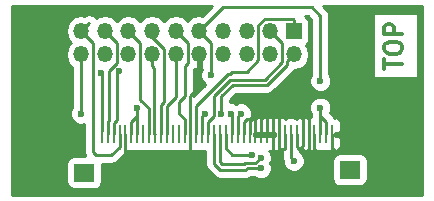
<source format=gbr>
G04 #@! TF.FileFunction,Copper,L1,Top,Signal*
%FSLAX46Y46*%
G04 Gerber Fmt 4.6, Leading zero omitted, Abs format (unit mm)*
G04 Created by KiCad (PCBNEW 4.0.7-e2-6376~58~ubuntu16.04.1) date Mon Sep  3 10:25:07 2018*
%MOMM*%
%LPD*%
G01*
G04 APERTURE LIST*
%ADD10C,0.100000*%
%ADD11C,0.300000*%
%ADD12R,0.250000X2.100000*%
%ADD13R,0.250000X1.600000*%
%ADD14R,1.700000X1.500000*%
%ADD15R,1.350000X1.350000*%
%ADD16O,1.350000X1.350000*%
%ADD17C,0.600000*%
%ADD18C,0.250000*%
%ADD19C,0.254000*%
G04 APERTURE END LIST*
D10*
D11*
X209178571Y-105464286D02*
X209178571Y-104607143D01*
X210678571Y-105035714D02*
X209178571Y-105035714D01*
X209178571Y-103821429D02*
X209178571Y-103535715D01*
X209250000Y-103392857D01*
X209392857Y-103250000D01*
X209678571Y-103178572D01*
X210178571Y-103178572D01*
X210464286Y-103250000D01*
X210607143Y-103392857D01*
X210678571Y-103535715D01*
X210678571Y-103821429D01*
X210607143Y-103964286D01*
X210464286Y-104107143D01*
X210178571Y-104178572D01*
X209678571Y-104178572D01*
X209392857Y-104107143D01*
X209250000Y-103964286D01*
X209178571Y-103821429D01*
X210678571Y-102535714D02*
X209178571Y-102535714D01*
X209178571Y-101964286D01*
X209250000Y-101821428D01*
X209321429Y-101750000D01*
X209464286Y-101678571D01*
X209678571Y-101678571D01*
X209821429Y-101750000D01*
X209892857Y-101821428D01*
X209964286Y-101964286D01*
X209964286Y-102535714D01*
D12*
X185250000Y-110750000D03*
D13*
X185750000Y-111000000D03*
X186250000Y-111000000D03*
X186750000Y-111000000D03*
X187250000Y-111000000D03*
X187750000Y-111000000D03*
X188250000Y-111000000D03*
X188750000Y-111000000D03*
X189250000Y-111000000D03*
X189750000Y-111000000D03*
X190250000Y-111000000D03*
X190750000Y-111000000D03*
X191250000Y-111000000D03*
X191750000Y-111000000D03*
X192250000Y-111000000D03*
X192750000Y-111000000D03*
X193250000Y-111000000D03*
X193750000Y-111000000D03*
X194250000Y-111000000D03*
X194750000Y-111000000D03*
X195250000Y-111000000D03*
X195750000Y-111000000D03*
X196250000Y-111000000D03*
X196750000Y-111000000D03*
X197250000Y-111000000D03*
X197750000Y-111000000D03*
X198250000Y-111000000D03*
X198750000Y-111000000D03*
X199250000Y-111000000D03*
X199750000Y-111000000D03*
X200250000Y-111000000D03*
X200750000Y-111000000D03*
X201250000Y-111000000D03*
X201750000Y-111000000D03*
X202250000Y-111000000D03*
X202750000Y-111000000D03*
X203250000Y-111000000D03*
X203750000Y-111000000D03*
X204250000Y-111000000D03*
X204750000Y-111000000D03*
D14*
X206250000Y-114000000D03*
X183750000Y-114250000D03*
D15*
X201500000Y-102250000D03*
D16*
X201500000Y-104250000D03*
X199500000Y-102250000D03*
X199500000Y-104250000D03*
X197500000Y-102250000D03*
X197500000Y-104250000D03*
X195500000Y-102250000D03*
X195500000Y-104250000D03*
X193500000Y-102250000D03*
X193500000Y-104250000D03*
X191500000Y-102250000D03*
X191500000Y-104250000D03*
X189500000Y-102250000D03*
X189500000Y-104250000D03*
X187500000Y-102250000D03*
X187500000Y-104250000D03*
X185500000Y-102250000D03*
X185500000Y-104250000D03*
X183500000Y-102250000D03*
X183500000Y-104250000D03*
D17*
X185180054Y-105813938D03*
X186691942Y-105691942D03*
X203750000Y-106500000D03*
X203750000Y-108750000D03*
X188250000Y-108750000D03*
X194500000Y-106000000D03*
X195375000Y-109250000D03*
X194000000Y-109250000D03*
X198683058Y-113875000D03*
X198681441Y-112992733D03*
X197927822Y-112724290D03*
X196175003Y-109250000D03*
X197000000Y-109250000D03*
X183500000Y-109250000D03*
X201500000Y-113250000D03*
D18*
X185250000Y-107000000D02*
X185250000Y-105883884D01*
X185250000Y-105883884D02*
X185180054Y-105813938D01*
X187750000Y-104500000D02*
X187500000Y-104250000D01*
X185250000Y-110750000D02*
X185250000Y-107000000D01*
X185750000Y-111000000D02*
X185750000Y-109950000D01*
X185750000Y-109950000D02*
X185875001Y-109824999D01*
X185875001Y-109824999D02*
X185875001Y-105624999D01*
X185875001Y-105624999D02*
X186500000Y-105000000D01*
X186500000Y-105000000D02*
X186500001Y-103250001D01*
X186500001Y-103250001D02*
X185500000Y-102250000D01*
X186566943Y-106316942D02*
X186566943Y-105816941D01*
X186566943Y-105816941D02*
X186691942Y-105691942D01*
X186250000Y-111000000D02*
X186250000Y-110086410D01*
X186250000Y-110086410D02*
X186566943Y-109769467D01*
X186566943Y-109769467D02*
X186566943Y-106316942D01*
X184750000Y-112750000D02*
X186050000Y-112750000D01*
X186750000Y-112050000D02*
X186750000Y-111000000D01*
X186050000Y-112750000D02*
X186750000Y-112050000D01*
X184500000Y-112500000D02*
X184750000Y-112750000D01*
X184500000Y-103769998D02*
X184500000Y-112500000D01*
X183500000Y-102250000D02*
X184500001Y-103250001D01*
X184500001Y-103250001D02*
X184500000Y-103769998D01*
X184174999Y-101575001D02*
X183500000Y-102250000D01*
X200250000Y-109250000D02*
X199750000Y-109250000D01*
X200250000Y-111000000D02*
X200250000Y-109250000D01*
X198750000Y-109250000D02*
X199250000Y-109250000D01*
X192750000Y-111000000D02*
X192750000Y-112750000D01*
X192750000Y-112750000D02*
X192750000Y-113000000D01*
X187250000Y-112500000D02*
X187500000Y-112750000D01*
X187500000Y-112750000D02*
X192750000Y-112750000D01*
X187250000Y-111000000D02*
X187250000Y-112500000D01*
X199750000Y-111000000D02*
X199750000Y-113000000D01*
X200250000Y-111000000D02*
X200250000Y-112250000D01*
X200250000Y-112250000D02*
X200750000Y-112250000D01*
X200750000Y-112250000D02*
X200750000Y-111000000D01*
X198250000Y-109500000D02*
X198250000Y-109750000D01*
X197574998Y-109750000D02*
X198250000Y-109750000D01*
X198250000Y-109750000D02*
X198250000Y-111000000D01*
X197500000Y-109675002D02*
X197574998Y-109750000D01*
X197250000Y-111000000D02*
X197250000Y-109950000D01*
X197250000Y-109950000D02*
X197500000Y-109700000D01*
X197500000Y-109700000D02*
X197500000Y-109675002D01*
X198250000Y-109250000D02*
X198250000Y-109500000D01*
X198200000Y-109500000D02*
X198250000Y-109500000D01*
X197750000Y-111000000D02*
X197750000Y-109950000D01*
X197750000Y-109950000D02*
X198200000Y-109500000D01*
X202250000Y-109500000D02*
X202500000Y-109250000D01*
X202500000Y-109250000D02*
X202750000Y-109250000D01*
X202250000Y-111000000D02*
X202250000Y-109500000D01*
X198750000Y-109250000D02*
X198250000Y-109250000D01*
X198750000Y-111000000D02*
X198750000Y-109250000D01*
X199250000Y-109250000D02*
X199250000Y-111000000D01*
X199750000Y-109250000D02*
X199250000Y-109250000D01*
X199750000Y-111000000D02*
X199750000Y-109250000D01*
X202750000Y-111000000D02*
X202750000Y-109250000D01*
X204750000Y-112500000D02*
X203000000Y-112500000D01*
X204750000Y-111000000D02*
X204750000Y-112500000D01*
X203250000Y-112750000D02*
X203250000Y-111000000D01*
X202750000Y-112750000D02*
X203250000Y-112750000D01*
X202750000Y-111000000D02*
X202750000Y-112750000D01*
X202250000Y-112000000D02*
X202250000Y-111000000D01*
X202000000Y-112250000D02*
X202250000Y-112000000D01*
X201950000Y-112250000D02*
X202000000Y-112250000D01*
X201750000Y-111000000D02*
X201750000Y-112050000D01*
X201750000Y-112050000D02*
X201950000Y-112250000D01*
X192750000Y-111000000D02*
X192750000Y-107750000D01*
X192750000Y-107750000D02*
X193500000Y-107000000D01*
X193500000Y-107000000D02*
X193500000Y-104250000D01*
X203750000Y-106500000D02*
X203750000Y-101000000D01*
X203750000Y-109250000D02*
X203750000Y-108750000D01*
X203750000Y-111000000D02*
X203750000Y-109250000D01*
X204250000Y-111000000D02*
X204250000Y-109950000D01*
X204250000Y-109950000D02*
X203750000Y-109450000D01*
X203750000Y-109450000D02*
X203750000Y-109250000D01*
X188250000Y-108750000D02*
X188250000Y-109500000D01*
X187750000Y-109950000D02*
X188200000Y-109500000D01*
X188250000Y-109500000D02*
X188250000Y-111000000D01*
X187750000Y-111000000D02*
X187750000Y-109950000D01*
X188200000Y-109500000D02*
X188250000Y-109500000D01*
X193500000Y-102250000D02*
X194500000Y-103250000D01*
X194500000Y-103250000D02*
X194500000Y-106000000D01*
X203000000Y-100250000D02*
X195500000Y-100250000D01*
X195500000Y-100250000D02*
X193500000Y-102250000D01*
X203750000Y-101000000D02*
X203000000Y-100250000D01*
X187500000Y-102250000D02*
X188500000Y-103250000D01*
X188500000Y-103250000D02*
X188500000Y-108074998D01*
X188500000Y-108074998D02*
X189200001Y-108774999D01*
X189200001Y-110950001D02*
X189250000Y-111000000D01*
X189200001Y-108774999D02*
X189200001Y-110950001D01*
X189500000Y-104250000D02*
X189500000Y-105204594D01*
X189500000Y-105204594D02*
X189700001Y-105404595D01*
X189700001Y-110950001D02*
X189750000Y-111000000D01*
X189700001Y-105404595D02*
X189700001Y-110950001D01*
X190250000Y-111000000D02*
X190250000Y-108500000D01*
X190250000Y-108500000D02*
X190500000Y-108250000D01*
X190500000Y-108250000D02*
X190500000Y-103769998D01*
X190500000Y-103769998D02*
X189500000Y-102769998D01*
X189500000Y-102769998D02*
X189500000Y-102250000D01*
X190750000Y-111000000D02*
X190750000Y-108636410D01*
X190750000Y-108636410D02*
X191500000Y-107886410D01*
X191500000Y-107886410D02*
X191500000Y-107500000D01*
X191500000Y-107500000D02*
X191500000Y-104250000D01*
X192250000Y-111000000D02*
X192250000Y-109750000D01*
X192250000Y-109750000D02*
X191750000Y-109250000D01*
X191750000Y-109250000D02*
X191750000Y-108272820D01*
X191750000Y-108272820D02*
X192250000Y-107772820D01*
X192250000Y-107772820D02*
X192250000Y-105250000D01*
X192250000Y-105250000D02*
X192500000Y-105000000D01*
X192500000Y-105000000D02*
X192500001Y-103250001D01*
X192500001Y-103250001D02*
X191500000Y-102250000D01*
X197500000Y-105750000D02*
X196250000Y-105750000D01*
X193250000Y-109000000D02*
X193250000Y-111000000D01*
X196075007Y-105924993D02*
X195952209Y-105924993D01*
X196250000Y-105750000D02*
X196075007Y-105924993D01*
X195952209Y-105924993D02*
X193250000Y-108627202D01*
X193250000Y-108627202D02*
X193250000Y-109000000D01*
X201500000Y-102250000D02*
X201500000Y-101325000D01*
X201500000Y-101325000D02*
X201424999Y-101249999D01*
X201424999Y-101249999D02*
X199019999Y-101249999D01*
X199019999Y-101249999D02*
X198500000Y-101769998D01*
X198500000Y-101769998D02*
X198500000Y-104750000D01*
X198500000Y-104750000D02*
X197500000Y-105750000D01*
X195375000Y-109250000D02*
X195375000Y-107775022D01*
X195375000Y-107775022D02*
X196325011Y-106825011D01*
X196325011Y-106825011D02*
X199236401Y-106825011D01*
X199236401Y-106825011D02*
X200950009Y-105111403D01*
X200950009Y-105111403D02*
X200950009Y-104799991D01*
X200950009Y-104799991D02*
X201500000Y-104250000D01*
X194000000Y-109250000D02*
X193750000Y-109500000D01*
X193750000Y-109500000D02*
X193750000Y-111000000D01*
X199500000Y-102250000D02*
X200500000Y-103250000D01*
X200500000Y-104925002D02*
X199050001Y-106375001D01*
X200500000Y-103250000D02*
X200500000Y-104925002D01*
X199050001Y-106375001D02*
X196138610Y-106375002D01*
X196138610Y-106375002D02*
X194750000Y-107763612D01*
X194750000Y-107763612D02*
X194750000Y-109000000D01*
X194750000Y-109500000D02*
X194250000Y-110000000D01*
X194750000Y-109000000D02*
X194750000Y-109500000D01*
X194250000Y-110000000D02*
X194250000Y-111000000D01*
X197450736Y-114000000D02*
X197575736Y-113875000D01*
X197575736Y-113875000D02*
X198683058Y-113875000D01*
X195250000Y-114000000D02*
X194750000Y-113500000D01*
X194750000Y-113500000D02*
X194750000Y-111000000D01*
X197450736Y-114000000D02*
X195250000Y-114000000D01*
X198000000Y-113875000D02*
X197575736Y-113875000D01*
X194750000Y-112125000D02*
X194750000Y-111000000D01*
X197314326Y-113500000D02*
X197389336Y-113424990D01*
X197389336Y-113424990D02*
X198249184Y-113424990D01*
X198249184Y-113424990D02*
X198681441Y-112992733D01*
X195250000Y-111000000D02*
X195250000Y-113363590D01*
X195250000Y-113363590D02*
X195386410Y-113500000D01*
X195386410Y-113500000D02*
X197314326Y-113500000D01*
X196275710Y-112724290D02*
X195750000Y-112198580D01*
X195750000Y-112198580D02*
X195750000Y-111000000D01*
X197927822Y-112724290D02*
X196275710Y-112724290D01*
X196175003Y-109250000D02*
X196250000Y-109324997D01*
X196250000Y-109324997D02*
X196250000Y-111000000D01*
X197000000Y-109250000D02*
X196750000Y-109500000D01*
X196750000Y-109500000D02*
X196750000Y-111000000D01*
X183500000Y-105500000D02*
X183500000Y-106000000D01*
X183500000Y-104250000D02*
X183500000Y-105500000D01*
X183500000Y-105500000D02*
X183500000Y-109250000D01*
X201500000Y-113250000D02*
X201250000Y-113000000D01*
X201250000Y-113000000D02*
X201250000Y-111000000D01*
D19*
G36*
X193717582Y-100957616D02*
X193500000Y-100914336D01*
X192998685Y-101014054D01*
X192573690Y-101298026D01*
X192500000Y-101408311D01*
X192426310Y-101298026D01*
X192001315Y-101014054D01*
X191500000Y-100914336D01*
X190998685Y-101014054D01*
X190573690Y-101298026D01*
X190500000Y-101408311D01*
X190426310Y-101298026D01*
X190001315Y-101014054D01*
X189500000Y-100914336D01*
X188998685Y-101014054D01*
X188573690Y-101298026D01*
X188500000Y-101408311D01*
X188426310Y-101298026D01*
X188001315Y-101014054D01*
X187500000Y-100914336D01*
X186998685Y-101014054D01*
X186573690Y-101298026D01*
X186500000Y-101408311D01*
X186426310Y-101298026D01*
X186001315Y-101014054D01*
X185500000Y-100914336D01*
X184998685Y-101014054D01*
X184789887Y-101153568D01*
X184712400Y-101037600D01*
X184465839Y-100872853D01*
X184174999Y-100815001D01*
X183884160Y-100872853D01*
X183748191Y-100963704D01*
X183500000Y-100914336D01*
X182998685Y-101014054D01*
X182573690Y-101298026D01*
X182289718Y-101723021D01*
X182190000Y-102224336D01*
X182190000Y-102275664D01*
X182289718Y-102776979D01*
X182573690Y-103201974D01*
X182645566Y-103250000D01*
X182573690Y-103298026D01*
X182289718Y-103723021D01*
X182190000Y-104224336D01*
X182190000Y-104275664D01*
X182289718Y-104776979D01*
X182573690Y-105201974D01*
X182740000Y-105313099D01*
X182740000Y-108687537D01*
X182707808Y-108719673D01*
X182565162Y-109063201D01*
X182564838Y-109435167D01*
X182706883Y-109778943D01*
X182969673Y-110042192D01*
X183313201Y-110184838D01*
X183685167Y-110185162D01*
X183740000Y-110162506D01*
X183740000Y-112500000D01*
X183797852Y-112790839D01*
X183839093Y-112852560D01*
X182900000Y-112852560D01*
X182664683Y-112896838D01*
X182448559Y-113035910D01*
X182303569Y-113248110D01*
X182252560Y-113500000D01*
X182252560Y-115000000D01*
X182296838Y-115235317D01*
X182435910Y-115451441D01*
X182648110Y-115596431D01*
X182900000Y-115647440D01*
X184600000Y-115647440D01*
X184835317Y-115603162D01*
X185051441Y-115464090D01*
X185196431Y-115251890D01*
X185247440Y-115000000D01*
X185247440Y-113510000D01*
X186050000Y-113510000D01*
X186340839Y-113452148D01*
X186587401Y-113287401D01*
X187287401Y-112587402D01*
X187410010Y-112403903D01*
X187447808Y-112411558D01*
X187471250Y-112435000D01*
X187501310Y-112435000D01*
X187521753Y-112426532D01*
X187625000Y-112447440D01*
X187875000Y-112447440D01*
X188004589Y-112423056D01*
X188125000Y-112447440D01*
X188375000Y-112447440D01*
X188504589Y-112423056D01*
X188625000Y-112447440D01*
X188875000Y-112447440D01*
X189004589Y-112423056D01*
X189125000Y-112447440D01*
X189375000Y-112447440D01*
X189504589Y-112423056D01*
X189625000Y-112447440D01*
X189875000Y-112447440D01*
X190004589Y-112423056D01*
X190125000Y-112447440D01*
X190375000Y-112447440D01*
X190504589Y-112423056D01*
X190625000Y-112447440D01*
X190875000Y-112447440D01*
X191004589Y-112423056D01*
X191125000Y-112447440D01*
X191375000Y-112447440D01*
X191504589Y-112423056D01*
X191625000Y-112447440D01*
X191875000Y-112447440D01*
X192004589Y-112423056D01*
X192125000Y-112447440D01*
X192375000Y-112447440D01*
X192480705Y-112427550D01*
X192498690Y-112435000D01*
X192528750Y-112435000D01*
X192549062Y-112414688D01*
X192610317Y-112403162D01*
X192750727Y-112312810D01*
X192873110Y-112396431D01*
X192947808Y-112411558D01*
X192971250Y-112435000D01*
X193001310Y-112435000D01*
X193021753Y-112426532D01*
X193125000Y-112447440D01*
X193375000Y-112447440D01*
X193504589Y-112423056D01*
X193625000Y-112447440D01*
X193875000Y-112447440D01*
X193990000Y-112425801D01*
X193990000Y-113500000D01*
X194047852Y-113790839D01*
X194212599Y-114037401D01*
X194712599Y-114537401D01*
X194959161Y-114702148D01*
X195250000Y-114760000D01*
X197450736Y-114760000D01*
X197741575Y-114702148D01*
X197842069Y-114635000D01*
X198120595Y-114635000D01*
X198152731Y-114667192D01*
X198496259Y-114809838D01*
X198868225Y-114810162D01*
X199212001Y-114668117D01*
X199475250Y-114405327D01*
X199617896Y-114061799D01*
X199618220Y-113689833D01*
X199511566Y-113431709D01*
X199616279Y-113179532D01*
X199616603Y-112807566D01*
X199474558Y-112463790D01*
X199408543Y-112397660D01*
X199451847Y-112415597D01*
X199471250Y-112435000D01*
X199528750Y-112435000D01*
X199548153Y-112415597D01*
X199734699Y-112338327D01*
X199750000Y-112323026D01*
X199765301Y-112338327D01*
X199951847Y-112415597D01*
X199971250Y-112435000D01*
X200028750Y-112435000D01*
X200048153Y-112415597D01*
X200234699Y-112338327D01*
X200250000Y-112323026D01*
X200265301Y-112338327D01*
X200451847Y-112415597D01*
X200471250Y-112435000D01*
X200490000Y-112435000D01*
X200490000Y-113000000D01*
X200547852Y-113290839D01*
X200564941Y-113316415D01*
X200564838Y-113435167D01*
X200706883Y-113778943D01*
X200969673Y-114042192D01*
X201313201Y-114184838D01*
X201685167Y-114185162D01*
X202028943Y-114043117D01*
X202292192Y-113780327D01*
X202434838Y-113436799D01*
X202435000Y-113250000D01*
X204752560Y-113250000D01*
X204752560Y-114750000D01*
X204796838Y-114985317D01*
X204935910Y-115201441D01*
X205148110Y-115346431D01*
X205400000Y-115397440D01*
X207100000Y-115397440D01*
X207335317Y-115353162D01*
X207551441Y-115214090D01*
X207696431Y-115001890D01*
X207747440Y-114750000D01*
X207747440Y-113250000D01*
X207703162Y-113014683D01*
X207564090Y-112798559D01*
X207351890Y-112653569D01*
X207100000Y-112602560D01*
X205400000Y-112602560D01*
X205164683Y-112646838D01*
X204948559Y-112785910D01*
X204803569Y-112998110D01*
X204752560Y-113250000D01*
X202435000Y-113250000D01*
X202435162Y-113064833D01*
X202293117Y-112721057D01*
X202030327Y-112457808D01*
X202010000Y-112449367D01*
X202010000Y-112435000D01*
X202028750Y-112435000D01*
X202048153Y-112415597D01*
X202234699Y-112338327D01*
X202250000Y-112323026D01*
X202265301Y-112338327D01*
X202451847Y-112415597D01*
X202471250Y-112435000D01*
X202528750Y-112435000D01*
X202548153Y-112415597D01*
X202734699Y-112338327D01*
X202750000Y-112323026D01*
X202765301Y-112338327D01*
X202951847Y-112415597D01*
X202971250Y-112435000D01*
X203028750Y-112435000D01*
X203048153Y-112415597D01*
X203234699Y-112338327D01*
X203256364Y-112316662D01*
X203373110Y-112396431D01*
X203447808Y-112411558D01*
X203471250Y-112435000D01*
X203501310Y-112435000D01*
X203521753Y-112426532D01*
X203625000Y-112447440D01*
X203875000Y-112447440D01*
X204004589Y-112423056D01*
X204125000Y-112447440D01*
X204375000Y-112447440D01*
X204480705Y-112427550D01*
X204498690Y-112435000D01*
X204528750Y-112435000D01*
X204549062Y-112414688D01*
X204610317Y-112403162D01*
X204812500Y-112273061D01*
X204812500Y-112276250D01*
X204971250Y-112435000D01*
X205001310Y-112435000D01*
X205234699Y-112338327D01*
X205413327Y-112159698D01*
X205510000Y-111926309D01*
X205510000Y-111285750D01*
X205351250Y-111127000D01*
X205022440Y-111127000D01*
X205022440Y-110873000D01*
X205351250Y-110873000D01*
X205510000Y-110714250D01*
X205510000Y-110073691D01*
X205413327Y-109840302D01*
X205234699Y-109661673D01*
X205001310Y-109565000D01*
X204971250Y-109565000D01*
X204922084Y-109614166D01*
X204787401Y-109412599D01*
X204575328Y-109200526D01*
X204684838Y-108936799D01*
X204685162Y-108564833D01*
X204543117Y-108221057D01*
X204280327Y-107957808D01*
X203936799Y-107815162D01*
X203564833Y-107814838D01*
X203221057Y-107956883D01*
X202957808Y-108219673D01*
X202815162Y-108563201D01*
X202814838Y-108935167D01*
X202956883Y-109278943D01*
X202990000Y-109312118D01*
X202990000Y-109565000D01*
X202971250Y-109565000D01*
X202951847Y-109584403D01*
X202765301Y-109661673D01*
X202750000Y-109676974D01*
X202734699Y-109661673D01*
X202548153Y-109584403D01*
X202528750Y-109565000D01*
X202471250Y-109565000D01*
X202451847Y-109584403D01*
X202265301Y-109661673D01*
X202250000Y-109676974D01*
X202234699Y-109661673D01*
X202048153Y-109584403D01*
X202028750Y-109565000D01*
X201971250Y-109565000D01*
X201951847Y-109584403D01*
X201765301Y-109661673D01*
X201743636Y-109683338D01*
X201626890Y-109603569D01*
X201552192Y-109588442D01*
X201528750Y-109565000D01*
X201498690Y-109565000D01*
X201478247Y-109573468D01*
X201375000Y-109552560D01*
X201125000Y-109552560D01*
X201019295Y-109572450D01*
X201001310Y-109565000D01*
X200971250Y-109565000D01*
X200950938Y-109585312D01*
X200889683Y-109596838D01*
X200755931Y-109682905D01*
X200734699Y-109661673D01*
X200548153Y-109584403D01*
X200528750Y-109565000D01*
X200471250Y-109565000D01*
X200451847Y-109584403D01*
X200265301Y-109661673D01*
X200250000Y-109676974D01*
X200234699Y-109661673D01*
X200048153Y-109584403D01*
X200028750Y-109565000D01*
X199971250Y-109565000D01*
X199951847Y-109584403D01*
X199765301Y-109661673D01*
X199750000Y-109676974D01*
X199734699Y-109661673D01*
X199548153Y-109584403D01*
X199528750Y-109565000D01*
X199471250Y-109565000D01*
X199451847Y-109584403D01*
X199265301Y-109661673D01*
X199250000Y-109676974D01*
X199234699Y-109661673D01*
X199048153Y-109584403D01*
X199028750Y-109565000D01*
X198971250Y-109565000D01*
X198951847Y-109584403D01*
X198765301Y-109661673D01*
X198750000Y-109676974D01*
X198734699Y-109661673D01*
X198548153Y-109584403D01*
X198528750Y-109565000D01*
X198471250Y-109565000D01*
X198451847Y-109584403D01*
X198265301Y-109661673D01*
X198250000Y-109676974D01*
X198234699Y-109661673D01*
X198048153Y-109584403D01*
X198028750Y-109565000D01*
X197971250Y-109565000D01*
X197951847Y-109584403D01*
X197877002Y-109615405D01*
X197877002Y-109576082D01*
X197934838Y-109436799D01*
X197935162Y-109064833D01*
X197793117Y-108721057D01*
X197530327Y-108457808D01*
X197186799Y-108315162D01*
X196814833Y-108314838D01*
X196587366Y-108408825D01*
X196361802Y-108315162D01*
X196135000Y-108314964D01*
X196135000Y-108089824D01*
X196639813Y-107585011D01*
X199236401Y-107585011D01*
X199527240Y-107527159D01*
X199773802Y-107362412D01*
X201487410Y-105648804D01*
X201534136Y-105578874D01*
X202001315Y-105485946D01*
X202426310Y-105201974D01*
X202710282Y-104776979D01*
X202810000Y-104275664D01*
X202810000Y-104224336D01*
X202710282Y-103723021D01*
X202529037Y-103451768D01*
X202626441Y-103389090D01*
X202771431Y-103176890D01*
X202822440Y-102925000D01*
X202822440Y-101575000D01*
X202778162Y-101339683D01*
X202639090Y-101123559D01*
X202472891Y-101010000D01*
X202685198Y-101010000D01*
X202990000Y-101314802D01*
X202990000Y-105937537D01*
X202957808Y-105969673D01*
X202815162Y-106313201D01*
X202814838Y-106685167D01*
X202956883Y-107028943D01*
X203219673Y-107292192D01*
X203563201Y-107434838D01*
X203935167Y-107435162D01*
X204278943Y-107293117D01*
X204542192Y-107030327D01*
X204684838Y-106686799D01*
X204685162Y-106314833D01*
X204543117Y-105971057D01*
X204510000Y-105937882D01*
X204510000Y-101000000D01*
X204473201Y-100815001D01*
X204461835Y-100757857D01*
X208165000Y-100757857D01*
X208165000Y-106242143D01*
X211985000Y-106242143D01*
X211985000Y-100757857D01*
X208165000Y-100757857D01*
X204461835Y-100757857D01*
X204452148Y-100709160D01*
X204287401Y-100462599D01*
X203951802Y-100127000D01*
X212373000Y-100127000D01*
X212373000Y-116123000D01*
X177627000Y-116123000D01*
X177627000Y-100127000D01*
X194548198Y-100127000D01*
X193717582Y-100957616D01*
X193717582Y-100957616D01*
G37*
X193717582Y-100957616D02*
X193500000Y-100914336D01*
X192998685Y-101014054D01*
X192573690Y-101298026D01*
X192500000Y-101408311D01*
X192426310Y-101298026D01*
X192001315Y-101014054D01*
X191500000Y-100914336D01*
X190998685Y-101014054D01*
X190573690Y-101298026D01*
X190500000Y-101408311D01*
X190426310Y-101298026D01*
X190001315Y-101014054D01*
X189500000Y-100914336D01*
X188998685Y-101014054D01*
X188573690Y-101298026D01*
X188500000Y-101408311D01*
X188426310Y-101298026D01*
X188001315Y-101014054D01*
X187500000Y-100914336D01*
X186998685Y-101014054D01*
X186573690Y-101298026D01*
X186500000Y-101408311D01*
X186426310Y-101298026D01*
X186001315Y-101014054D01*
X185500000Y-100914336D01*
X184998685Y-101014054D01*
X184789887Y-101153568D01*
X184712400Y-101037600D01*
X184465839Y-100872853D01*
X184174999Y-100815001D01*
X183884160Y-100872853D01*
X183748191Y-100963704D01*
X183500000Y-100914336D01*
X182998685Y-101014054D01*
X182573690Y-101298026D01*
X182289718Y-101723021D01*
X182190000Y-102224336D01*
X182190000Y-102275664D01*
X182289718Y-102776979D01*
X182573690Y-103201974D01*
X182645566Y-103250000D01*
X182573690Y-103298026D01*
X182289718Y-103723021D01*
X182190000Y-104224336D01*
X182190000Y-104275664D01*
X182289718Y-104776979D01*
X182573690Y-105201974D01*
X182740000Y-105313099D01*
X182740000Y-108687537D01*
X182707808Y-108719673D01*
X182565162Y-109063201D01*
X182564838Y-109435167D01*
X182706883Y-109778943D01*
X182969673Y-110042192D01*
X183313201Y-110184838D01*
X183685167Y-110185162D01*
X183740000Y-110162506D01*
X183740000Y-112500000D01*
X183797852Y-112790839D01*
X183839093Y-112852560D01*
X182900000Y-112852560D01*
X182664683Y-112896838D01*
X182448559Y-113035910D01*
X182303569Y-113248110D01*
X182252560Y-113500000D01*
X182252560Y-115000000D01*
X182296838Y-115235317D01*
X182435910Y-115451441D01*
X182648110Y-115596431D01*
X182900000Y-115647440D01*
X184600000Y-115647440D01*
X184835317Y-115603162D01*
X185051441Y-115464090D01*
X185196431Y-115251890D01*
X185247440Y-115000000D01*
X185247440Y-113510000D01*
X186050000Y-113510000D01*
X186340839Y-113452148D01*
X186587401Y-113287401D01*
X187287401Y-112587402D01*
X187410010Y-112403903D01*
X187447808Y-112411558D01*
X187471250Y-112435000D01*
X187501310Y-112435000D01*
X187521753Y-112426532D01*
X187625000Y-112447440D01*
X187875000Y-112447440D01*
X188004589Y-112423056D01*
X188125000Y-112447440D01*
X188375000Y-112447440D01*
X188504589Y-112423056D01*
X188625000Y-112447440D01*
X188875000Y-112447440D01*
X189004589Y-112423056D01*
X189125000Y-112447440D01*
X189375000Y-112447440D01*
X189504589Y-112423056D01*
X189625000Y-112447440D01*
X189875000Y-112447440D01*
X190004589Y-112423056D01*
X190125000Y-112447440D01*
X190375000Y-112447440D01*
X190504589Y-112423056D01*
X190625000Y-112447440D01*
X190875000Y-112447440D01*
X191004589Y-112423056D01*
X191125000Y-112447440D01*
X191375000Y-112447440D01*
X191504589Y-112423056D01*
X191625000Y-112447440D01*
X191875000Y-112447440D01*
X192004589Y-112423056D01*
X192125000Y-112447440D01*
X192375000Y-112447440D01*
X192480705Y-112427550D01*
X192498690Y-112435000D01*
X192528750Y-112435000D01*
X192549062Y-112414688D01*
X192610317Y-112403162D01*
X192750727Y-112312810D01*
X192873110Y-112396431D01*
X192947808Y-112411558D01*
X192971250Y-112435000D01*
X193001310Y-112435000D01*
X193021753Y-112426532D01*
X193125000Y-112447440D01*
X193375000Y-112447440D01*
X193504589Y-112423056D01*
X193625000Y-112447440D01*
X193875000Y-112447440D01*
X193990000Y-112425801D01*
X193990000Y-113500000D01*
X194047852Y-113790839D01*
X194212599Y-114037401D01*
X194712599Y-114537401D01*
X194959161Y-114702148D01*
X195250000Y-114760000D01*
X197450736Y-114760000D01*
X197741575Y-114702148D01*
X197842069Y-114635000D01*
X198120595Y-114635000D01*
X198152731Y-114667192D01*
X198496259Y-114809838D01*
X198868225Y-114810162D01*
X199212001Y-114668117D01*
X199475250Y-114405327D01*
X199617896Y-114061799D01*
X199618220Y-113689833D01*
X199511566Y-113431709D01*
X199616279Y-113179532D01*
X199616603Y-112807566D01*
X199474558Y-112463790D01*
X199408543Y-112397660D01*
X199451847Y-112415597D01*
X199471250Y-112435000D01*
X199528750Y-112435000D01*
X199548153Y-112415597D01*
X199734699Y-112338327D01*
X199750000Y-112323026D01*
X199765301Y-112338327D01*
X199951847Y-112415597D01*
X199971250Y-112435000D01*
X200028750Y-112435000D01*
X200048153Y-112415597D01*
X200234699Y-112338327D01*
X200250000Y-112323026D01*
X200265301Y-112338327D01*
X200451847Y-112415597D01*
X200471250Y-112435000D01*
X200490000Y-112435000D01*
X200490000Y-113000000D01*
X200547852Y-113290839D01*
X200564941Y-113316415D01*
X200564838Y-113435167D01*
X200706883Y-113778943D01*
X200969673Y-114042192D01*
X201313201Y-114184838D01*
X201685167Y-114185162D01*
X202028943Y-114043117D01*
X202292192Y-113780327D01*
X202434838Y-113436799D01*
X202435000Y-113250000D01*
X204752560Y-113250000D01*
X204752560Y-114750000D01*
X204796838Y-114985317D01*
X204935910Y-115201441D01*
X205148110Y-115346431D01*
X205400000Y-115397440D01*
X207100000Y-115397440D01*
X207335317Y-115353162D01*
X207551441Y-115214090D01*
X207696431Y-115001890D01*
X207747440Y-114750000D01*
X207747440Y-113250000D01*
X207703162Y-113014683D01*
X207564090Y-112798559D01*
X207351890Y-112653569D01*
X207100000Y-112602560D01*
X205400000Y-112602560D01*
X205164683Y-112646838D01*
X204948559Y-112785910D01*
X204803569Y-112998110D01*
X204752560Y-113250000D01*
X202435000Y-113250000D01*
X202435162Y-113064833D01*
X202293117Y-112721057D01*
X202030327Y-112457808D01*
X202010000Y-112449367D01*
X202010000Y-112435000D01*
X202028750Y-112435000D01*
X202048153Y-112415597D01*
X202234699Y-112338327D01*
X202250000Y-112323026D01*
X202265301Y-112338327D01*
X202451847Y-112415597D01*
X202471250Y-112435000D01*
X202528750Y-112435000D01*
X202548153Y-112415597D01*
X202734699Y-112338327D01*
X202750000Y-112323026D01*
X202765301Y-112338327D01*
X202951847Y-112415597D01*
X202971250Y-112435000D01*
X203028750Y-112435000D01*
X203048153Y-112415597D01*
X203234699Y-112338327D01*
X203256364Y-112316662D01*
X203373110Y-112396431D01*
X203447808Y-112411558D01*
X203471250Y-112435000D01*
X203501310Y-112435000D01*
X203521753Y-112426532D01*
X203625000Y-112447440D01*
X203875000Y-112447440D01*
X204004589Y-112423056D01*
X204125000Y-112447440D01*
X204375000Y-112447440D01*
X204480705Y-112427550D01*
X204498690Y-112435000D01*
X204528750Y-112435000D01*
X204549062Y-112414688D01*
X204610317Y-112403162D01*
X204812500Y-112273061D01*
X204812500Y-112276250D01*
X204971250Y-112435000D01*
X205001310Y-112435000D01*
X205234699Y-112338327D01*
X205413327Y-112159698D01*
X205510000Y-111926309D01*
X205510000Y-111285750D01*
X205351250Y-111127000D01*
X205022440Y-111127000D01*
X205022440Y-110873000D01*
X205351250Y-110873000D01*
X205510000Y-110714250D01*
X205510000Y-110073691D01*
X205413327Y-109840302D01*
X205234699Y-109661673D01*
X205001310Y-109565000D01*
X204971250Y-109565000D01*
X204922084Y-109614166D01*
X204787401Y-109412599D01*
X204575328Y-109200526D01*
X204684838Y-108936799D01*
X204685162Y-108564833D01*
X204543117Y-108221057D01*
X204280327Y-107957808D01*
X203936799Y-107815162D01*
X203564833Y-107814838D01*
X203221057Y-107956883D01*
X202957808Y-108219673D01*
X202815162Y-108563201D01*
X202814838Y-108935167D01*
X202956883Y-109278943D01*
X202990000Y-109312118D01*
X202990000Y-109565000D01*
X202971250Y-109565000D01*
X202951847Y-109584403D01*
X202765301Y-109661673D01*
X202750000Y-109676974D01*
X202734699Y-109661673D01*
X202548153Y-109584403D01*
X202528750Y-109565000D01*
X202471250Y-109565000D01*
X202451847Y-109584403D01*
X202265301Y-109661673D01*
X202250000Y-109676974D01*
X202234699Y-109661673D01*
X202048153Y-109584403D01*
X202028750Y-109565000D01*
X201971250Y-109565000D01*
X201951847Y-109584403D01*
X201765301Y-109661673D01*
X201743636Y-109683338D01*
X201626890Y-109603569D01*
X201552192Y-109588442D01*
X201528750Y-109565000D01*
X201498690Y-109565000D01*
X201478247Y-109573468D01*
X201375000Y-109552560D01*
X201125000Y-109552560D01*
X201019295Y-109572450D01*
X201001310Y-109565000D01*
X200971250Y-109565000D01*
X200950938Y-109585312D01*
X200889683Y-109596838D01*
X200755931Y-109682905D01*
X200734699Y-109661673D01*
X200548153Y-109584403D01*
X200528750Y-109565000D01*
X200471250Y-109565000D01*
X200451847Y-109584403D01*
X200265301Y-109661673D01*
X200250000Y-109676974D01*
X200234699Y-109661673D01*
X200048153Y-109584403D01*
X200028750Y-109565000D01*
X199971250Y-109565000D01*
X199951847Y-109584403D01*
X199765301Y-109661673D01*
X199750000Y-109676974D01*
X199734699Y-109661673D01*
X199548153Y-109584403D01*
X199528750Y-109565000D01*
X199471250Y-109565000D01*
X199451847Y-109584403D01*
X199265301Y-109661673D01*
X199250000Y-109676974D01*
X199234699Y-109661673D01*
X199048153Y-109584403D01*
X199028750Y-109565000D01*
X198971250Y-109565000D01*
X198951847Y-109584403D01*
X198765301Y-109661673D01*
X198750000Y-109676974D01*
X198734699Y-109661673D01*
X198548153Y-109584403D01*
X198528750Y-109565000D01*
X198471250Y-109565000D01*
X198451847Y-109584403D01*
X198265301Y-109661673D01*
X198250000Y-109676974D01*
X198234699Y-109661673D01*
X198048153Y-109584403D01*
X198028750Y-109565000D01*
X197971250Y-109565000D01*
X197951847Y-109584403D01*
X197877002Y-109615405D01*
X197877002Y-109576082D01*
X197934838Y-109436799D01*
X197935162Y-109064833D01*
X197793117Y-108721057D01*
X197530327Y-108457808D01*
X197186799Y-108315162D01*
X196814833Y-108314838D01*
X196587366Y-108408825D01*
X196361802Y-108315162D01*
X196135000Y-108314964D01*
X196135000Y-108089824D01*
X196639813Y-107585011D01*
X199236401Y-107585011D01*
X199527240Y-107527159D01*
X199773802Y-107362412D01*
X201487410Y-105648804D01*
X201534136Y-105578874D01*
X202001315Y-105485946D01*
X202426310Y-105201974D01*
X202710282Y-104776979D01*
X202810000Y-104275664D01*
X202810000Y-104224336D01*
X202710282Y-103723021D01*
X202529037Y-103451768D01*
X202626441Y-103389090D01*
X202771431Y-103176890D01*
X202822440Y-102925000D01*
X202822440Y-101575000D01*
X202778162Y-101339683D01*
X202639090Y-101123559D01*
X202472891Y-101010000D01*
X202685198Y-101010000D01*
X202990000Y-101314802D01*
X202990000Y-105937537D01*
X202957808Y-105969673D01*
X202815162Y-106313201D01*
X202814838Y-106685167D01*
X202956883Y-107028943D01*
X203219673Y-107292192D01*
X203563201Y-107434838D01*
X203935167Y-107435162D01*
X204278943Y-107293117D01*
X204542192Y-107030327D01*
X204684838Y-106686799D01*
X204685162Y-106314833D01*
X204543117Y-105971057D01*
X204510000Y-105937882D01*
X204510000Y-101000000D01*
X204473201Y-100815001D01*
X204461835Y-100757857D01*
X208165000Y-100757857D01*
X208165000Y-106242143D01*
X211985000Y-106242143D01*
X211985000Y-100757857D01*
X208165000Y-100757857D01*
X204461835Y-100757857D01*
X204452148Y-100709160D01*
X204287401Y-100462599D01*
X203951802Y-100127000D01*
X212373000Y-100127000D01*
X212373000Y-116123000D01*
X177627000Y-116123000D01*
X177627000Y-100127000D01*
X194548198Y-100127000D01*
X193717582Y-100957616D01*
G36*
X199875000Y-111127000D02*
X198125000Y-111127000D01*
X198125000Y-110873000D01*
X199875000Y-110873000D01*
X199875000Y-111127000D01*
X199875000Y-111127000D01*
G37*
X199875000Y-111127000D02*
X198125000Y-111127000D01*
X198125000Y-110873000D01*
X199875000Y-110873000D01*
X199875000Y-111127000D01*
G36*
X193627000Y-104123000D02*
X193647000Y-104123000D01*
X193647000Y-104377000D01*
X193627000Y-104377000D01*
X193627000Y-105394224D01*
X193724005Y-105453504D01*
X193707808Y-105469673D01*
X193565162Y-105813201D01*
X193564838Y-106185167D01*
X193706883Y-106528943D01*
X193969673Y-106792192D01*
X193998315Y-106804085D01*
X193005138Y-107797262D01*
X193010000Y-107772820D01*
X193010000Y-105564802D01*
X193037401Y-105537401D01*
X193076474Y-105478925D01*
X193170600Y-105517910D01*
X193373000Y-105394224D01*
X193373000Y-104377000D01*
X193353000Y-104377000D01*
X193353000Y-104123000D01*
X193373000Y-104123000D01*
X193373000Y-104103000D01*
X193627000Y-104103000D01*
X193627000Y-104123000D01*
X193627000Y-104123000D01*
G37*
X193627000Y-104123000D02*
X193647000Y-104123000D01*
X193647000Y-104377000D01*
X193627000Y-104377000D01*
X193627000Y-105394224D01*
X193724005Y-105453504D01*
X193707808Y-105469673D01*
X193565162Y-105813201D01*
X193564838Y-106185167D01*
X193706883Y-106528943D01*
X193969673Y-106792192D01*
X193998315Y-106804085D01*
X193005138Y-107797262D01*
X193010000Y-107772820D01*
X193010000Y-105564802D01*
X193037401Y-105537401D01*
X193076474Y-105478925D01*
X193170600Y-105517910D01*
X193373000Y-105394224D01*
X193373000Y-104377000D01*
X193353000Y-104377000D01*
X193353000Y-104123000D01*
X193373000Y-104123000D01*
X193373000Y-104103000D01*
X193627000Y-104103000D01*
X193627000Y-104123000D01*
M02*

</source>
